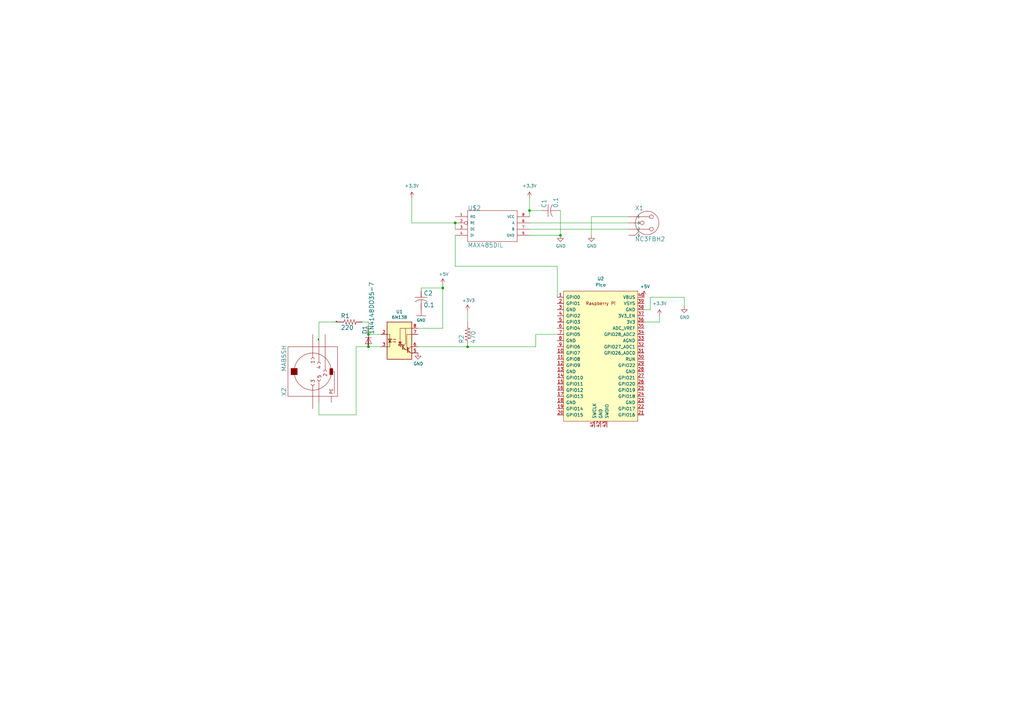
<source format=kicad_sch>
(kicad_sch (version 20230121) (generator eeschema)
  (paper "A3")
  (title_block (title "Midi2DMX v2") (date "Spring 2025") (rev "2") (company "Jesse Mejia"))
  (lib_symbols
    (symbol "RPi_Pico:Pico" (pin_names (offset 1.016))
      (property "Reference" "U" (at -13.97 27.94 0))
      (property "Value" "Pico" (at 0 19.05 0))
      (symbol "Pico_0_0"
        (text "Raspberry Pi" (at 0 21.59 0) (effects (font (size 1.27 1.27))))
      )
      (symbol "Pico_0_1"
        (rectangle (start -15.24 26.67) (end 15.24 -26.67) (fill (type background)))
      )
      (symbol "Pico_1_1"
        (pin bidirectional line (at -17.78 24.13 0) (length 2.54) (name "GPIO0") (number "1"))
        (pin bidirectional line (at -17.78 1.27 0) (length 2.54) (name "GPIO7") (number "10"))
        (pin bidirectional line (at -17.78 -1.27 0) (length 2.54) (name "GPIO8") (number "11"))
        (pin bidirectional line (at -17.78 -3.81 0) (length 2.54) (name "GPIO9") (number "12"))
        (pin power_in line (at -17.78 -6.35 0) (length 2.54) (name "GND") (number "13"))
        (pin bidirectional line (at -17.78 -8.89 0) (length 2.54) (name "GPIO10") (number "14"))
        (pin bidirectional line (at -17.78 -11.43 0) (length 2.54) (name "GPIO11") (number "15"))
        (pin bidirectional line (at -17.78 -13.97 0) (length 2.54) (name "GPIO12") (number "16"))
        (pin bidirectional line (at -17.78 -16.51 0) (length 2.54) (name "GPIO13") (number "17"))
        (pin power_in line (at -17.78 -19.05 0) (length 2.54) (name "GND") (number "18"))
        (pin bidirectional line (at -17.78 -21.59 0) (length 2.54) (name "GPIO14") (number "19"))
        (pin bidirectional line (at -17.78 21.59 0) (length 2.54) (name "GPIO1") (number "2"))
        (pin bidirectional line (at -17.78 -24.13 0) (length 2.54) (name "GPIO15") (number "20"))
        (pin bidirectional line (at 17.78 -24.13 180) (length 2.54) (name "GPIO16") (number "21"))
        (pin bidirectional line (at 17.78 -21.59 180) (length 2.54) (name "GPIO17") (number "22"))
        (pin power_in line (at 17.78 -19.05 180) (length 2.54) (name "GND") (number "23"))
        (pin bidirectional line (at 17.78 -16.51 180) (length 2.54) (name "GPIO18") (number "24"))
        (pin bidirectional line (at 17.78 -13.97 180) (length 2.54) (name "GPIO19") (number "25"))
        (pin bidirectional line (at 17.78 -11.43 180) (length 2.54) (name "GPIO20") (number "26"))
        (pin bidirectional line (at 17.78 -8.89 180) (length 2.54) (name "GPIO21") (number "27"))
        (pin power_in line (at 17.78 -6.35 180) (length 2.54) (name "GND") (number "28"))
        (pin bidirectional line (at 17.78 -3.81 180) (length 2.54) (name "GPIO22") (number "29"))
        (pin power_in line (at -17.78 19.05 0) (length 2.54) (name "GND") (number "3"))
        (pin input line (at 17.78 -1.27 180) (length 2.54) (name "RUN") (number "30"))
        (pin bidirectional line (at 17.78 1.27 180) (length 2.54) (name "GPIO26_ADC0") (number "31"))
        (pin bidirectional line (at 17.78 3.81 180) (length 2.54) (name "GPIO27_ADC1") (number "32"))
        (pin power_in line (at 17.78 6.35 180) (length 2.54) (name "AGND") (number "33"))
        (pin bidirectional line (at 17.78 8.89 180) (length 2.54) (name "GPIO28_ADC2") (number "34"))
        (pin unspecified line (at 17.78 11.43 180) (length 2.54) (name "ADC_VREF") (number "35"))
        (pin unspecified line (at 17.78 13.97 180) (length 2.54) (name "3V3") (number "36"))
        (pin input line (at 17.78 16.51 180) (length 2.54) (name "3V3_EN") (number "37"))
        (pin bidirectional line (at 17.78 19.05 180) (length 2.54) (name "GND") (number "38"))
        (pin unspecified line (at 17.78 21.59 180) (length 2.54) (name "VSYS") (number "39"))
        (pin bidirectional line (at -17.78 16.51 0) (length 2.54) (name "GPIO2") (number "4"))
        (pin unspecified line (at 17.78 24.13 180) (length 2.54) (name "VBUS") (number "40"))
        (pin input line (at -2.54 -29.21 90) (length 2.54) (name "SWCLK") (number "41"))
        (pin power_in line (at 0 -29.21 90) (length 2.54) (name "GND") (number "42"))
        (pin bidirectional line (at 2.54 -29.21 90) (length 2.54) (name "SWDIO") (number "43"))
        (pin bidirectional line (at -17.78 13.97 0) (length 2.54) (name "GPIO3") (number "5"))
        (pin bidirectional line (at -17.78 11.43 0) (length 2.54) (name "GPIO4") (number "6"))
        (pin bidirectional line (at -17.78 8.89 0) (length 2.54) (name "GPIO5") (number "7"))
        (pin power_in line (at -17.78 6.35 0) (length 2.54) (name "GND") (number "8"))
        (pin bidirectional line (at -17.78 3.81 0) (length 2.54) (name "GPIO6") (number "9"))
      )
    )
    (symbol "midi2dmx-rescue:+3.3V-power" (power) (pin_names (offset 0))
      (property "Value" "+3.3V-power" (at 0 3.556 0))
      (symbol "+3.3V-power_0_1"
        (polyline (pts (xy -0.762 1.27) (xy 0 2.54)))
        (polyline (pts (xy 0 0) (xy 0 2.54)))
        (polyline (pts (xy 0 2.54) (xy 0.762 1.27)))
      )
      (symbol "+3.3V-power_1_1"
        (pin power_in line (at 0 0 90) (length 0) hide (name "+3V3") (number "1"))
      )
    )
    (symbol "midi2dmx-rescue:+5V-power" (power) (pin_names (offset 0))
      (property "Value" "+5V-power" (at 0 3.556 0))
      (symbol "+5V-power_0_1"
        (polyline (pts (xy -0.762 1.27) (xy 0 2.54)))
        (polyline (pts (xy 0 0) (xy 0 2.54)))
        (polyline (pts (xy 0 2.54) (xy 0.762 1.27)))
      )
      (symbol "+5V-power_1_1"
        (pin power_in line (at 0 0 90) (length 0) hide (name "+5V") (number "1"))
      )
    )
    (symbol "midi2dmx-rescue:6N138-Isolator" (pin_names (offset 1.016) hide)
      (property "Reference" "U" (at -4.064 8.89 0))
      (property "Value" "6N138-Isolator" (at 2.286 8.89 0))
      (symbol "6N138-Isolator_0_1"
        (rectangle (start -5.08 7.62) (end 5.08 -7.62) (stroke (width 0.254)) (fill (type background)))
        (polyline (pts (xy -4.572 -0.635) (xy -3.302 -0.635)) (stroke (width 0.254)))
        (polyline (pts (xy 0.889 -0.635) (xy -0.381 -0.635)) (stroke (width 0.254)))
        (polyline (pts (xy 1.397 -2.667) (xy 2.54 -3.81)))
        (polyline (pts (xy 1.397 -2.413) (xy 2.54 -1.27)))
        (polyline (pts (xy 2.54 -3.81) (xy 3.175 -3.81)))
        (polyline (pts (xy 3.429 -3.937) (xy 4.572 -5.08)))
        (polyline (pts (xy 3.429 -3.683) (xy 4.572 -2.54)))
        (polyline (pts (xy 4.572 -5.08) (xy 5.08 -5.08)))
        (polyline (pts (xy 4.572 -2.54) (xy 5.08 -2.54)))
        (polyline (pts (xy 1.397 -1.524) (xy 1.397 -3.556) (xy 1.397 -3.556)) (stroke (width 0.3556)))
        (polyline (pts (xy 2.54 -1.27) (xy 2.54 5.08) (xy 5.08 5.08)))
        (polyline (pts (xy 3.429 -2.794) (xy 3.429 -4.826) (xy 3.429 -4.826)) (stroke (width 0.3556)))
        (polyline (pts (xy 5.08 2.54) (xy 3.048 2.54) (xy 3.048 -3.81)))
        (polyline (pts (xy -5.08 -2.54) (xy -3.937 -2.54) (xy -3.937 2.54) (xy -5.08 2.54)))
        (polyline (pts (xy -3.937 -0.635) (xy -4.572 0.635) (xy -3.302 0.635) (xy -3.937 -0.635)) (stroke (width 0.254)))
        (polyline (pts (xy 0.254 -0.635) (xy 0.889 -1.905) (xy -0.381 -1.905) (xy 0.254 -0.635)) (stroke (width 0.254)))
        (polyline (pts (xy 1.27 -2.54) (xy 0.254 -2.54) (xy 0.254 5.08) (xy 2.54 5.08)))
        (polyline (pts (xy 2.413 -3.683) (xy 2.159 -3.175) (xy 1.905 -3.429) (xy 2.413 -3.683)))
        (polyline (pts (xy 4.445 -4.953) (xy 4.191 -4.445) (xy 3.937 -4.699) (xy 4.445 -4.953)))
        (polyline (pts (xy -2.794 -0.508) (xy -1.524 -0.508) (xy -1.905 -0.635) (xy -1.905 -0.381) (xy -1.524 -0.508)))
        (polyline (pts (xy -2.794 0.508) (xy -1.524 0.508) (xy -1.905 0.381) (xy -1.905 0.635) (xy -1.524 0.508)))
      )
      (symbol "6N138-Isolator_1_1"
        (pin no_connect line (at -5.08 5.08 0) (length 2.54) hide (name "NC") (number "1"))
        (pin passive line (at -7.62 2.54 0) (length 2.54) (name "C1") (number "2"))
        (pin passive line (at -7.62 -2.54 0) (length 2.54) (name "C2") (number "3"))
        (pin no_connect line (at -5.08 -5.08 0) (length 2.54) hide (name "NC") (number "4"))
        (pin passive line (at 7.62 -5.08 180) (length 2.54) (name "GND") (number "5"))
        (pin passive line (at 7.62 -2.54 180) (length 2.54) (name "VO2") (number "6"))
        (pin passive line (at 7.62 2.54 180) (length 2.54) (name "VO1") (number "7"))
        (pin passive line (at 7.62 5.08 180) (length 2.54) (name "VCC") (number "8"))
      )
    )
    (symbol "midi2dmx:1N4148DO35-7" (pin_numbers hide) (pin_names (offset 1.016) hide)
      (property "Reference" "D" (at 2.54 0.4826 0))
      (property "Value" "1N4148DO35-7" (at 2.54 -2.3114 0))
      (symbol "1N4148DO35-7_1_0"
        (polyline (pts (xy -1.27 -1.27) (xy 1.27 0)))
        (polyline (pts (xy -1.27 1.27) (xy -1.27 -1.27)))
        (polyline (pts (xy 1.27 0) (xy -1.27 1.27)))
        (polyline (pts (xy 1.27 0) (xy 1.27 -1.27)))
        (polyline (pts (xy 1.27 1.27) (xy 1.27 0)))
        (text "SpiceOrder 1" (at -0.6858 0.1524 0) (effects (font (size 0.3302 0.3302))))
        (text "SpiceOrder 2" (at 4.3942 0.1524 0) (effects (font (size 0.3302 0.3302))))
      )
      (symbol "1N4148DO35-7_1_1"
        (pin passive line (at -2.54 0 0) (length 2.54) (name "A") (number "A"))
        (pin passive line (at 2.54 0 180) (length 2.54) (name "C") (number "C"))
      )
    )
    (symbol "midi2dmx:C-US025-024X044" (pin_numbers hide) (pin_names (offset 1.016) hide)
      (property "Reference" "C" (at 1.016 0.635 0))
      (property "Value" "C-US025-024X044" (at 1.016 -4.191 0))
      (symbol "C-US025-024X044_1_0"
        (polyline (pts (xy -2.54 0) (xy 2.54 0)))
        (polyline (pts (xy 0 -1.016) (xy 0 -2.54)))
        (polyline (pts (xy 0 -1.016) (xy 0 -1.016)))
      )
      (symbol "C-US025-024X044_1_1"
        (arc (start 0 -1.016) (mid -1.2947 -1.2278) (end -2.4638 -1.8288))
        (arc (start 2.4892 -1.8542) (mid 1.3167 -1.2157) (end 0 -0.9906))
        (pin passive line (at 0 2.54 270) (length 2.54) (name "1") (number "1"))
        (pin passive line (at 0 -5.08 90) (length 2.54) (name "2") (number "2"))
      )
    )
    (symbol "midi2dmx:FRAME_A_L" (pin_numbers hide) (pin_names (offset 1.016) hide)
      (symbol "FRAME_A_L_2_0"
        (polyline (pts (xy 0 0) (xy 0 5.08)))
        (polyline (pts (xy 0 0) (xy 71.12 0)))
        (polyline (pts (xy 0 5.08) (xy 0 15.24)))
        (polyline (pts (xy 0 5.08) (xy 71.12 5.08)))
        (polyline (pts (xy 0 15.24) (xy 0 22.86)))
        (polyline (pts (xy 0 22.86) (xy 0 35.56)))
        (polyline (pts (xy 0 22.86) (xy 101.6 22.86)))
        (polyline (pts (xy 71.12 0) (xy 101.6 0)))
        (polyline (pts (xy 71.12 5.08) (xy 71.12 0)))
        (polyline (pts (xy 71.12 5.08) (xy 87.63 5.08)))
        (polyline (pts (xy 87.63 5.08) (xy 101.6 5.08)))
        (polyline (pts (xy 87.63 15.24) (xy 0 15.24)))
        (polyline (pts (xy 87.63 15.24) (xy 87.63 5.08)))
        (polyline (pts (xy 101.6 5.08) (xy 101.6 0)))
        (polyline (pts (xy 101.6 15.24) (xy 87.63 15.24)))
        (polyline (pts (xy 101.6 15.24) (xy 101.6 5.08)))
        (polyline (pts (xy 101.6 22.86) (xy 101.6 15.24)))
        (polyline (pts (xy 101.6 35.56) (xy 0 35.56)))
        (polyline (pts (xy 101.6 35.56) (xy 101.6 22.86)))
        (text ">DRAWING_NAME" (at 30.48 20.066 0) (effects (font (size 2.032 2.032))))
        (text ">LAST_DATE_TIME" (at 27.3558 2.286 0) (effects (font (size 2.032 2.032))))
        (text ">SHEET" (at 92.2274 2.286 0) (effects (font (size 2.032 2.032))))
        (text "Date:" (at 6.1468 2.286 0) (effects (font (size 2.032 2.032))))
        (text "Document Number:" (at 16.9164 12.446 0) (effects (font (size 2.032 2.032))))
        (text "REV:" (at 92.8116 12.446 0) (effects (font (size 2.032 2.032))))
        (text "Sheet:" (at 78.2574 2.286 0) (effects (font (size 2.032 2.032))))
        (text "TITLE:" (at 7.1374 20.066 0) (effects (font (size 2.032 2.032))))
      )
    )
    (symbol "midi2dmx:GND" (power) (pin_numbers hide) (pin_names (offset 1.016) hide)
      (property "Value" "GND" (at -2.54 -2.54 0))
      (symbol "GND_1_0"
        (polyline (pts (xy -1.905 0) (xy 1.905 0)))
        (polyline (pts (xy 0 2.54) (xy 0 0)))
      )
      (symbol "GND_1_1"
        (pin power_in line (at 0 2.54 270) (length 2.54) hide (name "GND") (number "~"))
      )
    )
    (symbol "midi2dmx:MAB5SH" (pin_numbers hide) (pin_names (offset 1.016) hide)
      (property "Reference" "X" (at -10.16 10.795 0))
      (property "Value" "MAB5SH" (at 0 10.795 0))
      (symbol "MAB5SH_1_0"
        (polyline (pts (xy -10.16 -10.16) (xy -10.16 10.16)))
        (polyline (pts (xy -10.16 -10.16) (xy 10.16 -10.16)))
        (polyline (pts (xy -7.62 0) (xy -5.715 0)))
        (polyline (pts (xy -5.08 -2.54) (xy -3.81 -2.54)))
        (polyline (pts (xy -1.27 6.35) (xy -1.27 8.89)))
        (polyline (pts (xy -1.27 6.35) (xy 1.27 6.35)))
        (polyline (pts (xy -1.27 8.89) (xy 1.27 8.89)))
        (polyline (pts (xy 0 -8.89) (xy -8.89 -8.89)))
        (polyline (pts (xy 0 -8.89) (xy 0 -7.62)))
        (polyline (pts (xy 0.635 -5.08) (xy 7.62 -5.08)))
        (polyline (pts (xy 1.27 8.89) (xy 1.27 6.35)))
        (polyline (pts (xy 3.81 -2.54) (xy 5.08 -2.54)))
        (polyline (pts (xy 5.715 0) (xy 7.62 0)))
        (polyline (pts (xy 10.16 10.16) (xy -10.16 10.16)))
        (polyline (pts (xy 10.16 10.16) (xy 10.16 -10.16)))
        (text "1" (at 3.9624 -0.0508 0) (effects (font (size 1.4224 1.4224))))
        (text "2" (at -1.3716 -5.1308 0) (effects (font (size 1.4224 1.4224))))
        (text "3" (at -3.9116 -0.0508 0) (effects (font (size 1.4224 1.4224))))
        (text "4" (at 1.8034 -2.5908 0) (effects (font (size 1.4224 1.4224))))
        (text "5" (at -2.0066 -2.7178 0) (effects (font (size 1.4224 1.4224))))
        (text "PE" (at -8.1026 -7.6454 0) (effects (font (size 1.2192 1.2192))))
      )
      (symbol "MAB5SH_1_1"
        (arc (start -5.715 0) (mid -5.529 -0.449) (end -5.08 -0.635))
        (arc (start -5.08 0.635) (mid -5.529 0.449) (end -5.715 0))
        (arc (start -3.81 -2.54) (mid -3.624 -2.989) (end -3.175 -3.175))
        (arc (start -3.175 -1.905) (mid -3.624 -2.091) (end -3.81 -2.54))
        (rectangle (start -1.27 -8.255) (end 1.27 -6.985) (fill (type outline)))
        (rectangle (start -1.27 6.35) (end 1.27 8.89) (fill (type outline)))
        (arc (start 0 -5.715) (mid 0.449 -5.529) (end 0.635 -5.08))
        (circle (center 0 0) (radius 7.62))
        (arc (start 0.635 -5.08) (mid 0.449 -4.631) (end 0 -4.445))
        (arc (start 3.175 -3.175) (mid 3.624 -2.989) (end 3.81 -2.54))
        (arc (start 3.81 -2.54) (mid 3.624 -2.091) (end 3.175 -1.905))
        (arc (start 5.08 -0.635) (mid 5.529 -0.449) (end 5.715 0))
        (arc (start 5.715 0) (mid 5.529 0.449) (end 5.08 0.635))
        (pin passive line (at 15.24 0 180) (length 7.62) (name "1") (number "1"))
        (pin passive line (at 15.24 -5.08 180) (length 7.62) (name "2") (number "2"))
        (pin passive line (at -15.24 0 0) (length 7.62) (name "3") (number "3"))
        (pin passive line (at 12.7 -2.54 180) (length 7.62) (name "4") (number "4"))
        (pin passive line (at -12.7 -2.54 0) (length 7.62) (name "5") (number "5"))
        (pin power_in line (at -12.7 -7.62 0) (length 2.54) (name "PE") (number "PE"))
        (pin power_in line (at -12.7 -7.62 0) (length 2.54) hide (name "PE") (number "PE@"))
      )
    )
    (symbol "midi2dmx:MAX485DIL" (pin_names (offset 1.016))
      (property "Reference" "M" (at -10.16 7.62 0))
      (property "Value" "MAX485DIL" (at -10.16 -7.62 0))
      (symbol "MAX485DIL_1_0"
        (polyline (pts (xy -10.16 -5.08) (xy 10.16 -5.08)))
        (polyline (pts (xy -10.16 7.62) (xy -10.16 -5.08)))
        (polyline (pts (xy 10.16 -5.08) (xy 10.16 7.62)))
        (polyline (pts (xy 10.16 7.62) (xy -10.16 7.62)))
      )
      (symbol "MAX485DIL_1_1"
        (pin bidirectional line (at -15.24 5.08 0) (length 5.08) (name "RO") (number "1"))
        (pin bidirectional inverted (at -15.24 2.54 0) (length 5.08) (name "RE") (number "2"))
        (pin bidirectional line (at -15.24 0 0) (length 5.08) (name "DE") (number "3"))
        (pin bidirectional line (at -15.24 -2.54 0) (length 5.08) (name "DI") (number "4"))
        (pin bidirectional line (at 15.24 -2.54 180) (length 5.08) (name "GND") (number "5"))
        (pin bidirectional line (at 15.24 2.54 180) (length 5.08) (name "A") (number "6"))
        (pin bidirectional line (at 15.24 0 180) (length 5.08) (name "B") (number "7"))
        (pin bidirectional line (at 15.24 5.08 180) (length 5.08) (name "VCC") (number "8"))
      )
    )
    (symbol "midi2dmx:NC3FBH2" (pin_numbers hide) (pin_names (offset 1.016))
      (property "Reference" "X" (at -5.08 5.08 0))
      (property "Value" "NC3FBH2" (at -5.08 -7.62 0))
      (symbol "NC3FBH2_1_0"
        (polyline (pts (xy -5.08 -5.08) (xy -3.302 -3.556)))
        (polyline (pts (xy -5.08 -2.54) (xy 1.016 -2.54)))
        (polyline (pts (xy -5.08 0) (xy -2.794 0)))
        (polyline (pts (xy -5.08 2.54) (xy 1.016 2.54)))
      )
      (symbol "NC3FBH2_1_1"
        (circle (center -2.032 0) (radius 0.762))
        (circle (center 0 0) (radius 4.826))
        (circle (center 1.778 -2.54) (radius 0.762))
        (circle (center 1.778 2.54) (radius 0.762))
        (pin passive line (at -7.62 2.54 0) (length 2.54) (name "1") (number "1"))
        (pin passive line (at -7.62 -2.54 0) (length 2.54) (name "2") (number "2"))
        (pin passive line (at -7.62 0 0) (length 2.54) (name "3") (number "3"))
        (pin passive line (at -7.62 -5.08 0) (length 2.54) (name "G") (number "G"))
      )
    )
    (symbol "midi2dmx:R-US_0309_12" (pin_numbers hide) (pin_names (offset 1.016) hide)
      (property "Reference" "R" (at -3.81 1.4986 0))
      (property "Value" "R-US_0309_12" (at -3.81 -3.302 0))
      (symbol "R-US_0309_12_1_0"
        (polyline (pts (xy -2.54 0) (xy -2.159 1.016)))
        (polyline (pts (xy -2.159 1.016) (xy -1.524 -1.016)))
        (polyline (pts (xy -1.524 -1.016) (xy -0.889 1.016)))
        (polyline (pts (xy -0.889 1.016) (xy -0.254 -1.016)))
        (polyline (pts (xy -0.254 -1.016) (xy 0.381 1.016)))
        (polyline (pts (xy 0.381 1.016) (xy 1.016 -1.016)))
        (polyline (pts (xy 1.016 -1.016) (xy 1.651 1.016)))
        (polyline (pts (xy 1.651 1.016) (xy 2.286 -1.016)))
        (polyline (pts (xy 2.286 -1.016) (xy 2.54 0)))
      )
      (symbol "R-US_0309_12_1_1"
        (pin passive line (at -5.08 0 0) (length 2.54) (name "1") (number "1"))
        (pin passive line (at 5.08 0 180) (length 2.54) (name "2") (number "2"))
      )
    )
    (symbol "power:+3.3V" (power) (pin_names (offset 0))
      (property "Value" "+3.3V" (at 0 3.556 0))
      (symbol "+3.3V_0_1"
        (polyline (pts (xy -0.762 1.27) (xy 0 2.54)))
        (polyline (pts (xy 0 0) (xy 0 2.54)))
        (polyline (pts (xy 0 2.54) (xy 0.762 1.27)))
      )
      (symbol "+3.3V_1_1"
        (pin power_in line (at 0 0 90) (length 0) hide (name "+3.3V") (number "1"))
      )
    )
    (symbol "power:GND" (power) (pin_names (offset 0))
      (property "Value" "GND" (at 0 -3.81 0))
      (symbol "GND_0_1"
        (polyline (pts (xy 0 0) (xy 0 -1.27) (xy 1.27 -1.27) (xy 0 -2.54) (xy -1.27 -1.27) (xy 0 -1.27)))
      )
      (symbol "GND_1_1"
        (pin power_in line (at 0 0 270) (length 0) hide (name "GND") (number "1"))
      )
    )
  )
  (junction (at 181.61 118.11))
  (junction (at 151.13 137.16))
  (junction (at 191.77 142.24))
  (junction (at 186.69 91.44))
  (junction (at 229.87 96.52))
  (junction (at 217.17 86.36))
  (junction (at 151.13 142.24))
  (wire (pts (xy 171.45 134.62) (xy 181.61 134.62)))
  (wire (pts (xy 172.72 118.11) (xy 172.72 119.38)))
  (wire (pts (xy 229.87 86.36) (xy 229.87 96.52)))
  (wire (pts (xy 257.81 93.98) (xy 217.17 93.98)))
  (wire (pts (xy 168.91 91.44) (xy 186.69 91.44)))
  (wire (pts (xy 264.16 127) (xy 266.7 127)))
  (wire (pts (xy 191.77 142.24) (xy 171.45 142.24)))
  (wire (pts (xy 222.25 86.36) (xy 217.17 86.36)))
  (wire (pts (xy 168.91 81.28) (xy 168.91 91.44)))
  (wire (pts (xy 181.61 116.84) (xy 181.61 118.11)))
  (wire (pts (xy 191.77 127.635) (xy 191.77 132.08)))
  (wire (pts (xy 130.81 132.08) (xy 130.81 139.7)))
  (wire (pts (xy 257.81 88.9) (xy 242.57 88.9)))
  (wire (pts (xy 217.17 86.36) (xy 217.17 81.28)))
  (wire (pts (xy 264.16 132.08) (xy 270.51 132.08)))
  (wire (pts (xy 191.77 142.24) (xy 219.71 142.24)))
  (wire (pts (xy 228.6 109.22) (xy 228.6 121.92)))
  (wire (pts (xy 219.71 137.16) (xy 228.6 137.16)))
  (wire (pts (xy 151.13 137.16) (xy 156.21 137.16)))
  (wire (pts (xy 280.67 121.92) (xy 280.67 125.73)))
  (wire (pts (xy 181.61 118.11) (xy 172.72 118.11)))
  (wire (pts (xy 270.51 132.08) (xy 270.51 129.54)))
  (wire (pts (xy 130.81 165.1) (xy 130.81 170.18)))
  (wire (pts (xy 151.13 132.08) (xy 151.13 137.16)))
  (wire (pts (xy 266.7 127) (xy 266.7 121.92)))
  (wire (pts (xy 130.81 132.08) (xy 138.43 132.08)))
  (wire (pts (xy 130.81 170.18) (xy 146.05 170.18)))
  (wire (pts (xy 146.05 170.18) (xy 146.05 142.24)))
  (wire (pts (xy 242.57 88.9) (xy 242.57 96.52)))
  (wire (pts (xy 219.71 142.24) (xy 219.71 137.16)))
  (wire (pts (xy 156.21 142.24) (xy 151.13 142.24)))
  (wire (pts (xy 217.17 88.9) (xy 217.17 86.36)))
  (wire (pts (xy 217.17 96.52) (xy 229.87 96.52)))
  (wire (pts (xy 148.59 132.08) (xy 151.13 132.08)))
  (wire (pts (xy 217.17 91.44) (xy 257.81 91.44)))
  (wire (pts (xy 181.61 118.11) (xy 181.61 134.62)))
  (wire (pts (xy 186.69 109.22) (xy 228.6 109.22)))
  (wire (pts (xy 186.69 91.44) (xy 186.69 93.98)))
  (wire (pts (xy 186.69 96.52) (xy 186.69 109.22)))
  (wire (pts (xy 266.7 121.92) (xy 280.67 121.92)))
  (wire (pts (xy 146.05 142.24) (xy 151.13 142.24)))
  (text "Designed by Jesse Mejía 2016-2025" (at 415.29 326.39 0) (effects (font (size 1.6002 1.6002)) (justify left bottom)))
  (label "N$6" (at 130.81 139.7 90) (effects (font (size 0.254 0.254))))
  (label "N$6" (at 138.43 132.08 180) (effects (font (size 0.254 0.254))))
  (symbol (lib_id "midi2dmx:C-US025-024X044") (at 224.79 86.36 90) (unit 1)
    (property "Reference" "C1" (at 224.155 85.344 0) (effects (font (size 1.778 1.778)) (justify left bottom)))
    (property "Value" "0.1" (at 228.981 85.344 0) (effects (font (size 1.778 1.778)) (justify left bottom)))
    (property "Footprint" "Capacitor_THT:C_Disc_D5.0mm_W2.5mm_P2.50mm" (effects hide))
  )
  (symbol (lib_id "midi2dmx:C-US025-024X044") (at 172.72 121.92 0) (unit 1)
    (property "Reference" "C2" (at 173.736 121.3104 0) (effects (font (size 1.778 1.778)) (justify left bottom)))
    (property "Value" "0.1" (at 173.7106 126.111 0) (effects (font (size 1.778 1.778)) (justify left bottom)))
    (property "Footprint" "Capacitor_THT:C_Disc_D5.0mm_W2.5mm_P2.50mm" (effects hide))
  )
  (symbol (lib_id "midi2dmx:1N4148DO35-7") (at 151.13 139.7 90) (unit 1)
    (property "Reference" "D1" (at 150.6474 137.16 0) (effects (font (size 1.778 1.778)) (justify left bottom)))
    (property "Value" "1N4148DO35-7" (at 153.4414 137.16 0) (effects (font (size 1.778 1.778)) (justify left bottom)))
    (property "Footprint" "midi2dmx:DO35-7" (effects hide))
  )
  (symbol (lib_id "midi2dmx:FRAME_A_L") (at 93.98 241.3 0) (unit 1)
    (property "Reference" "#FRAME2" (effects hide))
  )
  (symbol (lib_id "midi2dmx:R-US_0309_12") (at 143.51 132.08 0) (unit 1)
    (property "Reference" "R1" (at 139.7 130.5814 0) (effects (font (size 1.778 1.778)) (justify left bottom)))
    (property "Value" "220" (at 139.7 135.382 0) (effects (font (size 1.778 1.778)) (justify left bottom)))
    (property "Footprint" "4ms_Resistor:R_Axial_DIN0207_L6.3mm_D2.5mm_P7.62mm_Horizontal" (effects hide))
  )
  (symbol (lib_id "midi2dmx:R-US_0309_12") (at 191.77 137.16 90) (unit 1)
    (property "Reference" "R2" (at 190.2714 140.97 0) (effects (font (size 1.778 1.778)) (justify left bottom)))
    (property "Value" "470" (at 195.072 140.97 0) (effects (font (size 1.778 1.778)) (justify left bottom)))
    (property "Footprint" "4ms_Resistor:R_Axial_DIN0207_L6.3mm_D2.5mm_P7.62mm_Horizontal" (effects hide))
  )
  (symbol (lib_id "midi2dmx:MAX485DIL") (at 201.93 93.98 0) (unit 1)
    (property "Reference" "U$2" (at 191.77 86.36 0) (effects (font (size 1.778 1.778)) (justify left bottom)))
    (property "Value" "MAX485DIL" (at 191.77 101.6 0) (effects (font (size 1.778 1.778)) (justify left bottom)))
    (property "Footprint" "4ms_Package_DIP:DIP-8pin_TH" (effects hide))
  )
  (symbol (lib_id "midi2dmx:NC3FBH2") (at 265.43 91.44 0) (unit 1)
    (property "Reference" "X1" (at 260.35 86.36 0) (effects (font (size 1.778 1.778)) (justify left bottom)))
    (property "Value" "NC3FBH2" (at 260.35 99.06 0) (effects (font (size 1.778 1.778)) (justify left bottom)))
    (property "Footprint" "midi2dmx:NC3FBH2" (effects hide))
  )
  (symbol (lib_id "midi2dmx:MAB5SH") (at 128.27 152.4 90) (unit 1)
    (property "Reference" "X2" (at 117.475 162.56 0) (effects (font (size 1.778 1.778)) (justify left bottom)))
    (property "Value" "MAB5SH" (at 117.475 152.4 0) (effects (font (size 1.778 1.778)) (justify left bottom)))
    (property "Footprint" "midi2dmx:MAB5SH" (effects hide))
  )
  (symbol (lib_id "midi2dmx-rescue:6N138-Isolator") (at 163.83 139.7 0) (unit 1)
    (property "Reference" "U1" (at 163.83 127.8382 0))
    (property "Value" "6N138" (at 163.83 130.1496 0))
    (property "Footprint" "4ms_Package_DIP:DIP-8pin_TH" (effects hide))
    (property "Datasheet" "http://www.onsemi.com/pub/Collateral/HCPL2731-D.pdf" (effects hide))
  )
  (symbol (lib_id "midi2dmx:GND") (at 172.72 129.54 0) (unit 1)
    (property "Reference" "#GND0101" (effects hide))
    (property "Value" "GND" (at 172.72 131.3434 0) (effects (font (size 1.143 1.143))))
  )
  (symbol (lib_id "midi2dmx-rescue:+5V-power") (at 181.61 116.84 0) (unit 1)
    (property "Reference" "#PWR0101" (effects hide))
    (property "Value" "+5V" (at 181.991 112.4458 0))
  )
  (symbol (lib_id "midi2dmx-rescue:+3.3V-power") (at 191.77 127.635 0) (unit 1)
    (property "Reference" "#PWR0105" (effects hide))
    (property "Value" "+3.3V" (at 192.151 123.2408 0))
  )
  (symbol (lib_id "power:GND") (at 242.57 96.52 0) (unit 1)
    (property "Reference" "#PWR0103" (effects hide))
    (property "Value" "GND" (at 242.697 100.9142 0))
  )
  (symbol (lib_id "power:+3.3V") (at 217.17 81.28 0) (unit 1)
    (property "Reference" "#PWR03" (effects hide))
    (property "Value" "+3.3V" (at 217.17 76.2 0))
  )
  (symbol (lib_id "power:+3.3V") (at 270.51 129.54 0) (unit 1)
    (property "Reference" "#PWR01" (effects hide))
    (property "Value" "+3.3V" (at 270.51 124.46 0))
  )
  (symbol (lib_id "power:GND") (at 171.45 144.78 0) (unit 1)
    (property "Reference" "#PWR0102" (effects hide))
    (property "Value" "GND" (at 171.577 149.1742 0))
  )
  (symbol (lib_id "power:+3.3V") (at 168.91 81.28 0) (unit 1)
    (property "Reference" "#PWR02" (effects hide))
    (property "Value" "+3.3V" (at 168.91 76.2 0))
  )
  (symbol (lib_id "power:GND") (at 229.87 96.52 0) (unit 1)
    (property "Reference" "#PWR0104" (effects hide))
    (property "Value" "GND" (at 229.997 100.9142 0))
  )
  (symbol (lib_id "power:GND") (at 280.67 125.73 0) (unit 1)
    (property "Reference" "#PWR04" (effects hide))
    (property "Value" "GND" (at 280.797 130.1242 0))
  )
  (symbol (lib_id "midi2dmx-rescue:+5V-power") (at 264.16 121.92 0) (unit 1)
    (property "Reference" "#PWR05" (effects hide))
    (property "Value" "+5V" (at 264.541 117.5258 0))
  )
  (symbol (lib_id "RPi_Pico:Pico") (at 246.38 146.05 0) (unit 1)
    (property "Reference" "U2" (at 246.38 114.3 0))
    (property "Value" "Pico" (at 246.38 116.84 0))
    (property "Footprint" "RPi_Pico:RPi_Pico_SMD_TH" (effects hide))
  )
)
</source>
